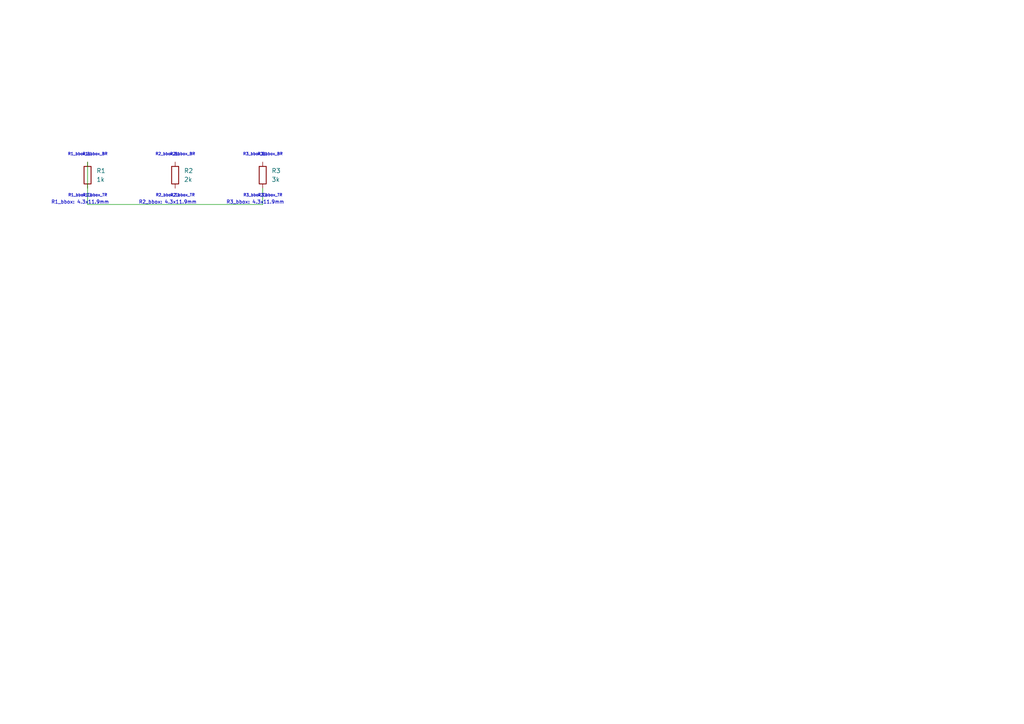
<source format=kicad_sch>
(kicad_sch (version 20250114) (generator "eeschema") (generator_version "9.0")
  (paper "A4")
  (title_block (title "Obstacle Concept"))
  (lib_symbols
    (symbol "Device:R" (pin_numbers (hide yes)) (pin_names (offset 0))
      (property "Reference" "R" (at 2.032 0 90))
      (property "Value" "R" (at 0 0 90))
      (symbol "R_0_1"
        (rectangle (start -1.016 -2.54) (end 1.016 2.54) (stroke (width 0.254)))
      )
      (symbol "R_1_1"
        (pin passive line (at 0 3.81 270) (length 1.27) (name "~") (number "1"))
        (pin passive line (at 0 -3.81 90) (length 1.27) (name "~") (number "2"))
      )
    )
  )
  (symbol (lib_id "Device:R") (at 25.4 50.8 0) (unit 1)
    (property "Reference" "R1" (at 27.94 49.5299 0) (effects (justify left)))
    (property "Value" "1k" (at 27.94 52.0699 0) (effects (justify left)))
  )
  (symbol (lib_id "Device:R") (at 50.8 50.8 0) (unit 1)
    (property "Reference" "R2" (at 53.34 49.5299 0) (effects (justify left)))
    (property "Value" "2k" (at 53.34 52.0699 0) (effects (justify left)))
  )
  (symbol (lib_id "Device:R") (at 76.2 50.8 0) (unit 1)
    (property "Reference" "R3" (at 78.74 49.5299 0) (effects (justify left)))
    (property "Value" "3k" (at 78.74 52.0699 0) (effects (justify left)))
  )
  (wire (pts (xy 25.4 46.99) (xy 25.4 59.309)))
  (wire (pts (xy 25.4 59.309) (xy 76.2 59.309)))
  (wire (pts (xy 76.2 59.309) (xy 76.2 54.61)))
  (text R1_bbox_TL (at 23.241 56.769 0.0000) (effects (font (size 0.8 0.8))))
  (text R1_bbox_TR (at 27.559 56.769 0.0000) (effects (font (size 0.8 0.8))))
  (text R1_bbox_BL (at 23.241 44.831 0.0000) (effects (font (size 0.8 0.8))))
  (text R1_bbox_BR (at 27.559 44.831 0.0000) (effects (font (size 0.8 0.8))))
  (text "R1_bbox: 4.3x11.9mm" (at 23.241 58.769 0.0000) (effects (font (size 1 1))))
  (text R2_bbox_TL (at 48.641 56.769 0.0000) (effects (font (size 0.8 0.8))))
  (text R2_bbox_TR (at 52.959 56.769 0.0000) (effects (font (size 0.8 0.8))))
  (text R2_bbox_BL (at 48.641 44.831 0.0000) (effects (font (size 0.8 0.8))))
  (text R2_bbox_BR (at 52.959 44.831 0.0000) (effects (font (size 0.8 0.8))))
  (text "R2_bbox: 4.3x11.9mm" (at 48.641 58.769 0.0000) (effects (font (size 1 1))))
  (text R3_bbox_TL (at 74.041 56.769 0.0000) (effects (font (size 0.8 0.8))))
  (text R3_bbox_TR (at 78.359 56.769 0.0000) (effects (font (size 0.8 0.8))))
  (text R3_bbox_BL (at 74.041 44.831 0.0000) (effects (font (size 0.8 0.8))))
  (text R3_bbox_BR (at 78.359 44.831 0.0000) (effects (font (size 0.8 0.8))))
  (text "R3_bbox: 4.3x11.9mm" (at 74.041 58.769 0.0000) (effects (font (size 1 1))))
)
</source>
